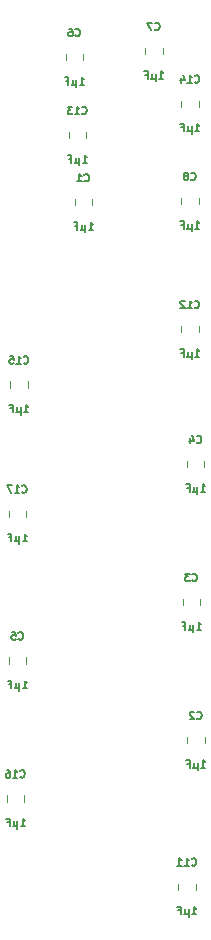
<source format=gbo>
%TF.GenerationSoftware,KiCad,Pcbnew,7.0.5*%
%TF.CreationDate,2024-02-15T21:09:33+02:00*%
%TF.ProjectId,HCP65 Instruction Code,48435036-3520-4496-9e73-747275637469,V0*%
%TF.SameCoordinates,PX525bfc0PY43d3480*%
%TF.FileFunction,Legend,Bot*%
%TF.FilePolarity,Positive*%
%FSLAX46Y46*%
G04 Gerber Fmt 4.6, Leading zero omitted, Abs format (unit mm)*
G04 Created by KiCad (PCBNEW 7.0.5) date 2024-02-15 21:09:33*
%MOMM*%
%LPD*%
G01*
G04 APERTURE LIST*
%ADD10C,0.150000*%
%ADD11C,0.120000*%
G04 APERTURE END LIST*
D10*
%TO.C,C14*%
X19304214Y-2087486D02*
X19334452Y-2117725D01*
X19334452Y-2117725D02*
X19425166Y-2147963D01*
X19425166Y-2147963D02*
X19485642Y-2147963D01*
X19485642Y-2147963D02*
X19576357Y-2117725D01*
X19576357Y-2117725D02*
X19636833Y-2057248D01*
X19636833Y-2057248D02*
X19667071Y-1996772D01*
X19667071Y-1996772D02*
X19697309Y-1875820D01*
X19697309Y-1875820D02*
X19697309Y-1785105D01*
X19697309Y-1785105D02*
X19667071Y-1664153D01*
X19667071Y-1664153D02*
X19636833Y-1603677D01*
X19636833Y-1603677D02*
X19576357Y-1543201D01*
X19576357Y-1543201D02*
X19485642Y-1512963D01*
X19485642Y-1512963D02*
X19425166Y-1512963D01*
X19425166Y-1512963D02*
X19334452Y-1543201D01*
X19334452Y-1543201D02*
X19304214Y-1573439D01*
X18699452Y-2147963D02*
X19062309Y-2147963D01*
X18880881Y-2147963D02*
X18880881Y-1512963D01*
X18880881Y-1512963D02*
X18941357Y-1603677D01*
X18941357Y-1603677D02*
X19001833Y-1664153D01*
X19001833Y-1664153D02*
X19062309Y-1694391D01*
X18155166Y-1724629D02*
X18155166Y-2147963D01*
X18306357Y-1482725D02*
X18457547Y-1936296D01*
X18457547Y-1936296D02*
X18064452Y-1936296D01*
X19346333Y-6254963D02*
X19709190Y-6254963D01*
X19527762Y-6254963D02*
X19527762Y-5619963D01*
X19527762Y-5619963D02*
X19588238Y-5710677D01*
X19588238Y-5710677D02*
X19648714Y-5771153D01*
X19648714Y-5771153D02*
X19709190Y-5801391D01*
X19074190Y-5831629D02*
X19074190Y-6466629D01*
X18771809Y-6164248D02*
X18741571Y-6224725D01*
X18741571Y-6224725D02*
X18681095Y-6254963D01*
X19074190Y-6164248D02*
X19043952Y-6224725D01*
X19043952Y-6224725D02*
X18983476Y-6254963D01*
X18983476Y-6254963D02*
X18862523Y-6254963D01*
X18862523Y-6254963D02*
X18802047Y-6224725D01*
X18802047Y-6224725D02*
X18771809Y-6164248D01*
X18771809Y-6164248D02*
X18771809Y-5831629D01*
X18197285Y-5922344D02*
X18408952Y-5922344D01*
X18408952Y-6254963D02*
X18408952Y-5619963D01*
X18408952Y-5619963D02*
X18106571Y-5619963D01*
%TO.C,C12*%
X19304214Y-21174093D02*
X19334452Y-21204332D01*
X19334452Y-21204332D02*
X19425166Y-21234570D01*
X19425166Y-21234570D02*
X19485642Y-21234570D01*
X19485642Y-21234570D02*
X19576357Y-21204332D01*
X19576357Y-21204332D02*
X19636833Y-21143855D01*
X19636833Y-21143855D02*
X19667071Y-21083379D01*
X19667071Y-21083379D02*
X19697309Y-20962427D01*
X19697309Y-20962427D02*
X19697309Y-20871712D01*
X19697309Y-20871712D02*
X19667071Y-20750760D01*
X19667071Y-20750760D02*
X19636833Y-20690284D01*
X19636833Y-20690284D02*
X19576357Y-20629808D01*
X19576357Y-20629808D02*
X19485642Y-20599570D01*
X19485642Y-20599570D02*
X19425166Y-20599570D01*
X19425166Y-20599570D02*
X19334452Y-20629808D01*
X19334452Y-20629808D02*
X19304214Y-20660046D01*
X18699452Y-21234570D02*
X19062309Y-21234570D01*
X18880881Y-21234570D02*
X18880881Y-20599570D01*
X18880881Y-20599570D02*
X18941357Y-20690284D01*
X18941357Y-20690284D02*
X19001833Y-20750760D01*
X19001833Y-20750760D02*
X19062309Y-20780998D01*
X18457547Y-20660046D02*
X18427309Y-20629808D01*
X18427309Y-20629808D02*
X18366833Y-20599570D01*
X18366833Y-20599570D02*
X18215642Y-20599570D01*
X18215642Y-20599570D02*
X18155166Y-20629808D01*
X18155166Y-20629808D02*
X18124928Y-20660046D01*
X18124928Y-20660046D02*
X18094690Y-20720522D01*
X18094690Y-20720522D02*
X18094690Y-20780998D01*
X18094690Y-20780998D02*
X18124928Y-20871712D01*
X18124928Y-20871712D02*
X18487785Y-21234570D01*
X18487785Y-21234570D02*
X18094690Y-21234570D01*
X19346333Y-25341570D02*
X19709190Y-25341570D01*
X19527762Y-25341570D02*
X19527762Y-24706570D01*
X19527762Y-24706570D02*
X19588238Y-24797284D01*
X19588238Y-24797284D02*
X19648714Y-24857760D01*
X19648714Y-24857760D02*
X19709190Y-24887998D01*
X19074190Y-24918236D02*
X19074190Y-25553236D01*
X18771809Y-25250855D02*
X18741571Y-25311332D01*
X18741571Y-25311332D02*
X18681095Y-25341570D01*
X19074190Y-25250855D02*
X19043952Y-25311332D01*
X19043952Y-25311332D02*
X18983476Y-25341570D01*
X18983476Y-25341570D02*
X18862523Y-25341570D01*
X18862523Y-25341570D02*
X18802047Y-25311332D01*
X18802047Y-25311332D02*
X18771809Y-25250855D01*
X18771809Y-25250855D02*
X18771809Y-24918236D01*
X18197285Y-25008951D02*
X18408952Y-25008951D01*
X18408952Y-25341570D02*
X18408952Y-24706570D01*
X18408952Y-24706570D02*
X18106571Y-24706570D01*
%TO.C,C4*%
X19484433Y-32604093D02*
X19514671Y-32634332D01*
X19514671Y-32634332D02*
X19605385Y-32664570D01*
X19605385Y-32664570D02*
X19665861Y-32664570D01*
X19665861Y-32664570D02*
X19756576Y-32634332D01*
X19756576Y-32634332D02*
X19817052Y-32573855D01*
X19817052Y-32573855D02*
X19847290Y-32513379D01*
X19847290Y-32513379D02*
X19877528Y-32392427D01*
X19877528Y-32392427D02*
X19877528Y-32301712D01*
X19877528Y-32301712D02*
X19847290Y-32180760D01*
X19847290Y-32180760D02*
X19817052Y-32120284D01*
X19817052Y-32120284D02*
X19756576Y-32059808D01*
X19756576Y-32059808D02*
X19665861Y-32029570D01*
X19665861Y-32029570D02*
X19605385Y-32029570D01*
X19605385Y-32029570D02*
X19514671Y-32059808D01*
X19514671Y-32059808D02*
X19484433Y-32090046D01*
X18940147Y-32241236D02*
X18940147Y-32664570D01*
X19091338Y-31999332D02*
X19242528Y-32452903D01*
X19242528Y-32452903D02*
X18849433Y-32452903D01*
X19828933Y-36771570D02*
X20191790Y-36771570D01*
X20010362Y-36771570D02*
X20010362Y-36136570D01*
X20010362Y-36136570D02*
X20070838Y-36227284D01*
X20070838Y-36227284D02*
X20131314Y-36287760D01*
X20131314Y-36287760D02*
X20191790Y-36317998D01*
X19556790Y-36348236D02*
X19556790Y-36983236D01*
X19254409Y-36680855D02*
X19224171Y-36741332D01*
X19224171Y-36741332D02*
X19163695Y-36771570D01*
X19556790Y-36680855D02*
X19526552Y-36741332D01*
X19526552Y-36741332D02*
X19466076Y-36771570D01*
X19466076Y-36771570D02*
X19345123Y-36771570D01*
X19345123Y-36771570D02*
X19284647Y-36741332D01*
X19284647Y-36741332D02*
X19254409Y-36680855D01*
X19254409Y-36680855D02*
X19254409Y-36348236D01*
X18679885Y-36438951D02*
X18891552Y-36438951D01*
X18891552Y-36771570D02*
X18891552Y-36136570D01*
X18891552Y-36136570D02*
X18589171Y-36136570D01*
%TO.C,C7*%
X15953833Y2357514D02*
X15984071Y2327275D01*
X15984071Y2327275D02*
X16074785Y2297037D01*
X16074785Y2297037D02*
X16135261Y2297037D01*
X16135261Y2297037D02*
X16225976Y2327275D01*
X16225976Y2327275D02*
X16286452Y2387752D01*
X16286452Y2387752D02*
X16316690Y2448228D01*
X16316690Y2448228D02*
X16346928Y2569180D01*
X16346928Y2569180D02*
X16346928Y2659895D01*
X16346928Y2659895D02*
X16316690Y2780847D01*
X16316690Y2780847D02*
X16286452Y2841323D01*
X16286452Y2841323D02*
X16225976Y2901799D01*
X16225976Y2901799D02*
X16135261Y2932037D01*
X16135261Y2932037D02*
X16074785Y2932037D01*
X16074785Y2932037D02*
X15984071Y2901799D01*
X15984071Y2901799D02*
X15953833Y2871561D01*
X15742166Y2932037D02*
X15318833Y2932037D01*
X15318833Y2932037D02*
X15590976Y2297037D01*
X16298333Y-1809963D02*
X16661190Y-1809963D01*
X16479762Y-1809963D02*
X16479762Y-1174963D01*
X16479762Y-1174963D02*
X16540238Y-1265677D01*
X16540238Y-1265677D02*
X16600714Y-1326153D01*
X16600714Y-1326153D02*
X16661190Y-1356391D01*
X16026190Y-1386629D02*
X16026190Y-2021629D01*
X15723809Y-1719248D02*
X15693571Y-1779725D01*
X15693571Y-1779725D02*
X15633095Y-1809963D01*
X16026190Y-1719248D02*
X15995952Y-1779725D01*
X15995952Y-1779725D02*
X15935476Y-1809963D01*
X15935476Y-1809963D02*
X15814523Y-1809963D01*
X15814523Y-1809963D02*
X15754047Y-1779725D01*
X15754047Y-1779725D02*
X15723809Y-1719248D01*
X15723809Y-1719248D02*
X15723809Y-1386629D01*
X15149285Y-1477344D02*
X15360952Y-1477344D01*
X15360952Y-1809963D02*
X15360952Y-1174963D01*
X15360952Y-1174963D02*
X15058571Y-1174963D01*
%TO.C,C11*%
X19050214Y-68381486D02*
X19080452Y-68411725D01*
X19080452Y-68411725D02*
X19171166Y-68441963D01*
X19171166Y-68441963D02*
X19231642Y-68441963D01*
X19231642Y-68441963D02*
X19322357Y-68411725D01*
X19322357Y-68411725D02*
X19382833Y-68351248D01*
X19382833Y-68351248D02*
X19413071Y-68290772D01*
X19413071Y-68290772D02*
X19443309Y-68169820D01*
X19443309Y-68169820D02*
X19443309Y-68079105D01*
X19443309Y-68079105D02*
X19413071Y-67958153D01*
X19413071Y-67958153D02*
X19382833Y-67897677D01*
X19382833Y-67897677D02*
X19322357Y-67837201D01*
X19322357Y-67837201D02*
X19231642Y-67806963D01*
X19231642Y-67806963D02*
X19171166Y-67806963D01*
X19171166Y-67806963D02*
X19080452Y-67837201D01*
X19080452Y-67837201D02*
X19050214Y-67867439D01*
X18445452Y-68441963D02*
X18808309Y-68441963D01*
X18626881Y-68441963D02*
X18626881Y-67806963D01*
X18626881Y-67806963D02*
X18687357Y-67897677D01*
X18687357Y-67897677D02*
X18747833Y-67958153D01*
X18747833Y-67958153D02*
X18808309Y-67988391D01*
X17840690Y-68441963D02*
X18203547Y-68441963D01*
X18022119Y-68441963D02*
X18022119Y-67806963D01*
X18022119Y-67806963D02*
X18082595Y-67897677D01*
X18082595Y-67897677D02*
X18143071Y-67958153D01*
X18143071Y-67958153D02*
X18203547Y-67988391D01*
X19092333Y-72548963D02*
X19455190Y-72548963D01*
X19273762Y-72548963D02*
X19273762Y-71913963D01*
X19273762Y-71913963D02*
X19334238Y-72004677D01*
X19334238Y-72004677D02*
X19394714Y-72065153D01*
X19394714Y-72065153D02*
X19455190Y-72095391D01*
X18820190Y-72125629D02*
X18820190Y-72760629D01*
X18517809Y-72458248D02*
X18487571Y-72518725D01*
X18487571Y-72518725D02*
X18427095Y-72548963D01*
X18820190Y-72458248D02*
X18789952Y-72518725D01*
X18789952Y-72518725D02*
X18729476Y-72548963D01*
X18729476Y-72548963D02*
X18608523Y-72548963D01*
X18608523Y-72548963D02*
X18548047Y-72518725D01*
X18548047Y-72518725D02*
X18517809Y-72458248D01*
X18517809Y-72458248D02*
X18517809Y-72125629D01*
X17943285Y-72216344D02*
X18154952Y-72216344D01*
X18154952Y-72548963D02*
X18154952Y-71913963D01*
X18154952Y-71913963D02*
X17852571Y-71913963D01*
%TO.C,C17*%
X4699214Y-36809286D02*
X4729452Y-36839525D01*
X4729452Y-36839525D02*
X4820166Y-36869763D01*
X4820166Y-36869763D02*
X4880642Y-36869763D01*
X4880642Y-36869763D02*
X4971357Y-36839525D01*
X4971357Y-36839525D02*
X5031833Y-36779048D01*
X5031833Y-36779048D02*
X5062071Y-36718572D01*
X5062071Y-36718572D02*
X5092309Y-36597620D01*
X5092309Y-36597620D02*
X5092309Y-36506905D01*
X5092309Y-36506905D02*
X5062071Y-36385953D01*
X5062071Y-36385953D02*
X5031833Y-36325477D01*
X5031833Y-36325477D02*
X4971357Y-36265001D01*
X4971357Y-36265001D02*
X4880642Y-36234763D01*
X4880642Y-36234763D02*
X4820166Y-36234763D01*
X4820166Y-36234763D02*
X4729452Y-36265001D01*
X4729452Y-36265001D02*
X4699214Y-36295239D01*
X4094452Y-36869763D02*
X4457309Y-36869763D01*
X4275881Y-36869763D02*
X4275881Y-36234763D01*
X4275881Y-36234763D02*
X4336357Y-36325477D01*
X4336357Y-36325477D02*
X4396833Y-36385953D01*
X4396833Y-36385953D02*
X4457309Y-36416191D01*
X3882785Y-36234763D02*
X3459452Y-36234763D01*
X3459452Y-36234763D02*
X3731595Y-36869763D01*
X4741333Y-40976763D02*
X5104190Y-40976763D01*
X4922762Y-40976763D02*
X4922762Y-40341763D01*
X4922762Y-40341763D02*
X4983238Y-40432477D01*
X4983238Y-40432477D02*
X5043714Y-40492953D01*
X5043714Y-40492953D02*
X5104190Y-40523191D01*
X4469190Y-40553429D02*
X4469190Y-41188429D01*
X4166809Y-40886048D02*
X4136571Y-40946525D01*
X4136571Y-40946525D02*
X4076095Y-40976763D01*
X4469190Y-40886048D02*
X4438952Y-40946525D01*
X4438952Y-40946525D02*
X4378476Y-40976763D01*
X4378476Y-40976763D02*
X4257523Y-40976763D01*
X4257523Y-40976763D02*
X4197047Y-40946525D01*
X4197047Y-40946525D02*
X4166809Y-40886048D01*
X4166809Y-40886048D02*
X4166809Y-40553429D01*
X3592285Y-40644144D02*
X3803952Y-40644144D01*
X3803952Y-40976763D02*
X3803952Y-40341763D01*
X3803952Y-40341763D02*
X3501571Y-40341763D01*
%TO.C,C16*%
X4546814Y-60925093D02*
X4577052Y-60955332D01*
X4577052Y-60955332D02*
X4667766Y-60985570D01*
X4667766Y-60985570D02*
X4728242Y-60985570D01*
X4728242Y-60985570D02*
X4818957Y-60955332D01*
X4818957Y-60955332D02*
X4879433Y-60894855D01*
X4879433Y-60894855D02*
X4909671Y-60834379D01*
X4909671Y-60834379D02*
X4939909Y-60713427D01*
X4939909Y-60713427D02*
X4939909Y-60622712D01*
X4939909Y-60622712D02*
X4909671Y-60501760D01*
X4909671Y-60501760D02*
X4879433Y-60441284D01*
X4879433Y-60441284D02*
X4818957Y-60380808D01*
X4818957Y-60380808D02*
X4728242Y-60350570D01*
X4728242Y-60350570D02*
X4667766Y-60350570D01*
X4667766Y-60350570D02*
X4577052Y-60380808D01*
X4577052Y-60380808D02*
X4546814Y-60411046D01*
X3942052Y-60985570D02*
X4304909Y-60985570D01*
X4123481Y-60985570D02*
X4123481Y-60350570D01*
X4123481Y-60350570D02*
X4183957Y-60441284D01*
X4183957Y-60441284D02*
X4244433Y-60501760D01*
X4244433Y-60501760D02*
X4304909Y-60531998D01*
X3397766Y-60350570D02*
X3518719Y-60350570D01*
X3518719Y-60350570D02*
X3579195Y-60380808D01*
X3579195Y-60380808D02*
X3609433Y-60411046D01*
X3609433Y-60411046D02*
X3669909Y-60501760D01*
X3669909Y-60501760D02*
X3700147Y-60622712D01*
X3700147Y-60622712D02*
X3700147Y-60864617D01*
X3700147Y-60864617D02*
X3669909Y-60925093D01*
X3669909Y-60925093D02*
X3639671Y-60955332D01*
X3639671Y-60955332D02*
X3579195Y-60985570D01*
X3579195Y-60985570D02*
X3458242Y-60985570D01*
X3458242Y-60985570D02*
X3397766Y-60955332D01*
X3397766Y-60955332D02*
X3367528Y-60925093D01*
X3367528Y-60925093D02*
X3337290Y-60864617D01*
X3337290Y-60864617D02*
X3337290Y-60713427D01*
X3337290Y-60713427D02*
X3367528Y-60652951D01*
X3367528Y-60652951D02*
X3397766Y-60622712D01*
X3397766Y-60622712D02*
X3458242Y-60592474D01*
X3458242Y-60592474D02*
X3579195Y-60592474D01*
X3579195Y-60592474D02*
X3639671Y-60622712D01*
X3639671Y-60622712D02*
X3669909Y-60652951D01*
X3669909Y-60652951D02*
X3700147Y-60713427D01*
X4588933Y-65092570D02*
X4951790Y-65092570D01*
X4770362Y-65092570D02*
X4770362Y-64457570D01*
X4770362Y-64457570D02*
X4830838Y-64548284D01*
X4830838Y-64548284D02*
X4891314Y-64608760D01*
X4891314Y-64608760D02*
X4951790Y-64638998D01*
X4316790Y-64669236D02*
X4316790Y-65304236D01*
X4014409Y-65001855D02*
X3984171Y-65062332D01*
X3984171Y-65062332D02*
X3923695Y-65092570D01*
X4316790Y-65001855D02*
X4286552Y-65062332D01*
X4286552Y-65062332D02*
X4226076Y-65092570D01*
X4226076Y-65092570D02*
X4105123Y-65092570D01*
X4105123Y-65092570D02*
X4044647Y-65062332D01*
X4044647Y-65062332D02*
X4014409Y-65001855D01*
X4014409Y-65001855D02*
X4014409Y-64669236D01*
X3439885Y-64759951D02*
X3651552Y-64759951D01*
X3651552Y-65092570D02*
X3651552Y-64457570D01*
X3651552Y-64457570D02*
X3349171Y-64457570D01*
%TO.C,C5*%
X4396833Y-49241093D02*
X4427071Y-49271332D01*
X4427071Y-49271332D02*
X4517785Y-49301570D01*
X4517785Y-49301570D02*
X4578261Y-49301570D01*
X4578261Y-49301570D02*
X4668976Y-49271332D01*
X4668976Y-49271332D02*
X4729452Y-49210855D01*
X4729452Y-49210855D02*
X4759690Y-49150379D01*
X4759690Y-49150379D02*
X4789928Y-49029427D01*
X4789928Y-49029427D02*
X4789928Y-48938712D01*
X4789928Y-48938712D02*
X4759690Y-48817760D01*
X4759690Y-48817760D02*
X4729452Y-48757284D01*
X4729452Y-48757284D02*
X4668976Y-48696808D01*
X4668976Y-48696808D02*
X4578261Y-48666570D01*
X4578261Y-48666570D02*
X4517785Y-48666570D01*
X4517785Y-48666570D02*
X4427071Y-48696808D01*
X4427071Y-48696808D02*
X4396833Y-48727046D01*
X3822309Y-48666570D02*
X4124690Y-48666570D01*
X4124690Y-48666570D02*
X4154928Y-48968951D01*
X4154928Y-48968951D02*
X4124690Y-48938712D01*
X4124690Y-48938712D02*
X4064214Y-48908474D01*
X4064214Y-48908474D02*
X3913023Y-48908474D01*
X3913023Y-48908474D02*
X3852547Y-48938712D01*
X3852547Y-48938712D02*
X3822309Y-48968951D01*
X3822309Y-48968951D02*
X3792071Y-49029427D01*
X3792071Y-49029427D02*
X3792071Y-49180617D01*
X3792071Y-49180617D02*
X3822309Y-49241093D01*
X3822309Y-49241093D02*
X3852547Y-49271332D01*
X3852547Y-49271332D02*
X3913023Y-49301570D01*
X3913023Y-49301570D02*
X4064214Y-49301570D01*
X4064214Y-49301570D02*
X4124690Y-49271332D01*
X4124690Y-49271332D02*
X4154928Y-49241093D01*
X4741333Y-53408570D02*
X5104190Y-53408570D01*
X4922762Y-53408570D02*
X4922762Y-52773570D01*
X4922762Y-52773570D02*
X4983238Y-52864284D01*
X4983238Y-52864284D02*
X5043714Y-52924760D01*
X5043714Y-52924760D02*
X5104190Y-52954998D01*
X4469190Y-52985236D02*
X4469190Y-53620236D01*
X4166809Y-53317855D02*
X4136571Y-53378332D01*
X4136571Y-53378332D02*
X4076095Y-53408570D01*
X4469190Y-53317855D02*
X4438952Y-53378332D01*
X4438952Y-53378332D02*
X4378476Y-53408570D01*
X4378476Y-53408570D02*
X4257523Y-53408570D01*
X4257523Y-53408570D02*
X4197047Y-53378332D01*
X4197047Y-53378332D02*
X4166809Y-53317855D01*
X4166809Y-53317855D02*
X4166809Y-52985236D01*
X3592285Y-53075951D02*
X3803952Y-53075951D01*
X3803952Y-53408570D02*
X3803952Y-52773570D01*
X3803952Y-52773570D02*
X3501571Y-52773570D01*
%TO.C,C8*%
X19001833Y-10342486D02*
X19032071Y-10372725D01*
X19032071Y-10372725D02*
X19122785Y-10402963D01*
X19122785Y-10402963D02*
X19183261Y-10402963D01*
X19183261Y-10402963D02*
X19273976Y-10372725D01*
X19273976Y-10372725D02*
X19334452Y-10312248D01*
X19334452Y-10312248D02*
X19364690Y-10251772D01*
X19364690Y-10251772D02*
X19394928Y-10130820D01*
X19394928Y-10130820D02*
X19394928Y-10040105D01*
X19394928Y-10040105D02*
X19364690Y-9919153D01*
X19364690Y-9919153D02*
X19334452Y-9858677D01*
X19334452Y-9858677D02*
X19273976Y-9798201D01*
X19273976Y-9798201D02*
X19183261Y-9767963D01*
X19183261Y-9767963D02*
X19122785Y-9767963D01*
X19122785Y-9767963D02*
X19032071Y-9798201D01*
X19032071Y-9798201D02*
X19001833Y-9828439D01*
X18638976Y-10040105D02*
X18699452Y-10009867D01*
X18699452Y-10009867D02*
X18729690Y-9979629D01*
X18729690Y-9979629D02*
X18759928Y-9919153D01*
X18759928Y-9919153D02*
X18759928Y-9888915D01*
X18759928Y-9888915D02*
X18729690Y-9828439D01*
X18729690Y-9828439D02*
X18699452Y-9798201D01*
X18699452Y-9798201D02*
X18638976Y-9767963D01*
X18638976Y-9767963D02*
X18518023Y-9767963D01*
X18518023Y-9767963D02*
X18457547Y-9798201D01*
X18457547Y-9798201D02*
X18427309Y-9828439D01*
X18427309Y-9828439D02*
X18397071Y-9888915D01*
X18397071Y-9888915D02*
X18397071Y-9919153D01*
X18397071Y-9919153D02*
X18427309Y-9979629D01*
X18427309Y-9979629D02*
X18457547Y-10009867D01*
X18457547Y-10009867D02*
X18518023Y-10040105D01*
X18518023Y-10040105D02*
X18638976Y-10040105D01*
X18638976Y-10040105D02*
X18699452Y-10070344D01*
X18699452Y-10070344D02*
X18729690Y-10100582D01*
X18729690Y-10100582D02*
X18759928Y-10161058D01*
X18759928Y-10161058D02*
X18759928Y-10282010D01*
X18759928Y-10282010D02*
X18729690Y-10342486D01*
X18729690Y-10342486D02*
X18699452Y-10372725D01*
X18699452Y-10372725D02*
X18638976Y-10402963D01*
X18638976Y-10402963D02*
X18518023Y-10402963D01*
X18518023Y-10402963D02*
X18457547Y-10372725D01*
X18457547Y-10372725D02*
X18427309Y-10342486D01*
X18427309Y-10342486D02*
X18397071Y-10282010D01*
X18397071Y-10282010D02*
X18397071Y-10161058D01*
X18397071Y-10161058D02*
X18427309Y-10100582D01*
X18427309Y-10100582D02*
X18457547Y-10070344D01*
X18457547Y-10070344D02*
X18518023Y-10040105D01*
X19346333Y-14509963D02*
X19709190Y-14509963D01*
X19527762Y-14509963D02*
X19527762Y-13874963D01*
X19527762Y-13874963D02*
X19588238Y-13965677D01*
X19588238Y-13965677D02*
X19648714Y-14026153D01*
X19648714Y-14026153D02*
X19709190Y-14056391D01*
X19074190Y-14086629D02*
X19074190Y-14721629D01*
X18771809Y-14419248D02*
X18741571Y-14479725D01*
X18741571Y-14479725D02*
X18681095Y-14509963D01*
X19074190Y-14419248D02*
X19043952Y-14479725D01*
X19043952Y-14479725D02*
X18983476Y-14509963D01*
X18983476Y-14509963D02*
X18862523Y-14509963D01*
X18862523Y-14509963D02*
X18802047Y-14479725D01*
X18802047Y-14479725D02*
X18771809Y-14419248D01*
X18771809Y-14419248D02*
X18771809Y-14086629D01*
X18197285Y-14177344D02*
X18408952Y-14177344D01*
X18408952Y-14509963D02*
X18408952Y-13874963D01*
X18408952Y-13874963D02*
X18106571Y-13874963D01*
%TO.C,C15*%
X4826214Y-25873093D02*
X4856452Y-25903332D01*
X4856452Y-25903332D02*
X4947166Y-25933570D01*
X4947166Y-25933570D02*
X5007642Y-25933570D01*
X5007642Y-25933570D02*
X5098357Y-25903332D01*
X5098357Y-25903332D02*
X5158833Y-25842855D01*
X5158833Y-25842855D02*
X5189071Y-25782379D01*
X5189071Y-25782379D02*
X5219309Y-25661427D01*
X5219309Y-25661427D02*
X5219309Y-25570712D01*
X5219309Y-25570712D02*
X5189071Y-25449760D01*
X5189071Y-25449760D02*
X5158833Y-25389284D01*
X5158833Y-25389284D02*
X5098357Y-25328808D01*
X5098357Y-25328808D02*
X5007642Y-25298570D01*
X5007642Y-25298570D02*
X4947166Y-25298570D01*
X4947166Y-25298570D02*
X4856452Y-25328808D01*
X4856452Y-25328808D02*
X4826214Y-25359046D01*
X4221452Y-25933570D02*
X4584309Y-25933570D01*
X4402881Y-25933570D02*
X4402881Y-25298570D01*
X4402881Y-25298570D02*
X4463357Y-25389284D01*
X4463357Y-25389284D02*
X4523833Y-25449760D01*
X4523833Y-25449760D02*
X4584309Y-25479998D01*
X3646928Y-25298570D02*
X3949309Y-25298570D01*
X3949309Y-25298570D02*
X3979547Y-25600951D01*
X3979547Y-25600951D02*
X3949309Y-25570712D01*
X3949309Y-25570712D02*
X3888833Y-25540474D01*
X3888833Y-25540474D02*
X3737642Y-25540474D01*
X3737642Y-25540474D02*
X3677166Y-25570712D01*
X3677166Y-25570712D02*
X3646928Y-25600951D01*
X3646928Y-25600951D02*
X3616690Y-25661427D01*
X3616690Y-25661427D02*
X3616690Y-25812617D01*
X3616690Y-25812617D02*
X3646928Y-25873093D01*
X3646928Y-25873093D02*
X3677166Y-25903332D01*
X3677166Y-25903332D02*
X3737642Y-25933570D01*
X3737642Y-25933570D02*
X3888833Y-25933570D01*
X3888833Y-25933570D02*
X3949309Y-25903332D01*
X3949309Y-25903332D02*
X3979547Y-25873093D01*
X4868333Y-30040570D02*
X5231190Y-30040570D01*
X5049762Y-30040570D02*
X5049762Y-29405570D01*
X5049762Y-29405570D02*
X5110238Y-29496284D01*
X5110238Y-29496284D02*
X5170714Y-29556760D01*
X5170714Y-29556760D02*
X5231190Y-29586998D01*
X4596190Y-29617236D02*
X4596190Y-30252236D01*
X4293809Y-29949855D02*
X4263571Y-30010332D01*
X4263571Y-30010332D02*
X4203095Y-30040570D01*
X4596190Y-29949855D02*
X4565952Y-30010332D01*
X4565952Y-30010332D02*
X4505476Y-30040570D01*
X4505476Y-30040570D02*
X4384523Y-30040570D01*
X4384523Y-30040570D02*
X4324047Y-30010332D01*
X4324047Y-30010332D02*
X4293809Y-29949855D01*
X4293809Y-29949855D02*
X4293809Y-29617236D01*
X3719285Y-29707951D02*
X3930952Y-29707951D01*
X3930952Y-30040570D02*
X3930952Y-29405570D01*
X3930952Y-29405570D02*
X3628571Y-29405570D01*
%TO.C,C2*%
X19509833Y-55972093D02*
X19540071Y-56002332D01*
X19540071Y-56002332D02*
X19630785Y-56032570D01*
X19630785Y-56032570D02*
X19691261Y-56032570D01*
X19691261Y-56032570D02*
X19781976Y-56002332D01*
X19781976Y-56002332D02*
X19842452Y-55941855D01*
X19842452Y-55941855D02*
X19872690Y-55881379D01*
X19872690Y-55881379D02*
X19902928Y-55760427D01*
X19902928Y-55760427D02*
X19902928Y-55669712D01*
X19902928Y-55669712D02*
X19872690Y-55548760D01*
X19872690Y-55548760D02*
X19842452Y-55488284D01*
X19842452Y-55488284D02*
X19781976Y-55427808D01*
X19781976Y-55427808D02*
X19691261Y-55397570D01*
X19691261Y-55397570D02*
X19630785Y-55397570D01*
X19630785Y-55397570D02*
X19540071Y-55427808D01*
X19540071Y-55427808D02*
X19509833Y-55458046D01*
X19267928Y-55458046D02*
X19237690Y-55427808D01*
X19237690Y-55427808D02*
X19177214Y-55397570D01*
X19177214Y-55397570D02*
X19026023Y-55397570D01*
X19026023Y-55397570D02*
X18965547Y-55427808D01*
X18965547Y-55427808D02*
X18935309Y-55458046D01*
X18935309Y-55458046D02*
X18905071Y-55518522D01*
X18905071Y-55518522D02*
X18905071Y-55578998D01*
X18905071Y-55578998D02*
X18935309Y-55669712D01*
X18935309Y-55669712D02*
X19298166Y-56032570D01*
X19298166Y-56032570D02*
X18905071Y-56032570D01*
X19854333Y-60139570D02*
X20217190Y-60139570D01*
X20035762Y-60139570D02*
X20035762Y-59504570D01*
X20035762Y-59504570D02*
X20096238Y-59595284D01*
X20096238Y-59595284D02*
X20156714Y-59655760D01*
X20156714Y-59655760D02*
X20217190Y-59685998D01*
X19582190Y-59716236D02*
X19582190Y-60351236D01*
X19279809Y-60048855D02*
X19249571Y-60109332D01*
X19249571Y-60109332D02*
X19189095Y-60139570D01*
X19582190Y-60048855D02*
X19551952Y-60109332D01*
X19551952Y-60109332D02*
X19491476Y-60139570D01*
X19491476Y-60139570D02*
X19370523Y-60139570D01*
X19370523Y-60139570D02*
X19310047Y-60109332D01*
X19310047Y-60109332D02*
X19279809Y-60048855D01*
X19279809Y-60048855D02*
X19279809Y-59716236D01*
X18705285Y-59806951D02*
X18916952Y-59806951D01*
X18916952Y-60139570D02*
X18916952Y-59504570D01*
X18916952Y-59504570D02*
X18614571Y-59504570D01*
%TO.C,C13*%
X9779214Y-4754486D02*
X9809452Y-4784725D01*
X9809452Y-4784725D02*
X9900166Y-4814963D01*
X9900166Y-4814963D02*
X9960642Y-4814963D01*
X9960642Y-4814963D02*
X10051357Y-4784725D01*
X10051357Y-4784725D02*
X10111833Y-4724248D01*
X10111833Y-4724248D02*
X10142071Y-4663772D01*
X10142071Y-4663772D02*
X10172309Y-4542820D01*
X10172309Y-4542820D02*
X10172309Y-4452105D01*
X10172309Y-4452105D02*
X10142071Y-4331153D01*
X10142071Y-4331153D02*
X10111833Y-4270677D01*
X10111833Y-4270677D02*
X10051357Y-4210201D01*
X10051357Y-4210201D02*
X9960642Y-4179963D01*
X9960642Y-4179963D02*
X9900166Y-4179963D01*
X9900166Y-4179963D02*
X9809452Y-4210201D01*
X9809452Y-4210201D02*
X9779214Y-4240439D01*
X9174452Y-4814963D02*
X9537309Y-4814963D01*
X9355881Y-4814963D02*
X9355881Y-4179963D01*
X9355881Y-4179963D02*
X9416357Y-4270677D01*
X9416357Y-4270677D02*
X9476833Y-4331153D01*
X9476833Y-4331153D02*
X9537309Y-4361391D01*
X8962785Y-4179963D02*
X8569690Y-4179963D01*
X8569690Y-4179963D02*
X8781357Y-4421867D01*
X8781357Y-4421867D02*
X8690642Y-4421867D01*
X8690642Y-4421867D02*
X8630166Y-4452105D01*
X8630166Y-4452105D02*
X8599928Y-4482344D01*
X8599928Y-4482344D02*
X8569690Y-4542820D01*
X8569690Y-4542820D02*
X8569690Y-4694010D01*
X8569690Y-4694010D02*
X8599928Y-4754486D01*
X8599928Y-4754486D02*
X8630166Y-4784725D01*
X8630166Y-4784725D02*
X8690642Y-4814963D01*
X8690642Y-4814963D02*
X8872071Y-4814963D01*
X8872071Y-4814963D02*
X8932547Y-4784725D01*
X8932547Y-4784725D02*
X8962785Y-4754486D01*
X9821333Y-8921963D02*
X10184190Y-8921963D01*
X10002762Y-8921963D02*
X10002762Y-8286963D01*
X10002762Y-8286963D02*
X10063238Y-8377677D01*
X10063238Y-8377677D02*
X10123714Y-8438153D01*
X10123714Y-8438153D02*
X10184190Y-8468391D01*
X9549190Y-8498629D02*
X9549190Y-9133629D01*
X9246809Y-8831248D02*
X9216571Y-8891725D01*
X9216571Y-8891725D02*
X9156095Y-8921963D01*
X9549190Y-8831248D02*
X9518952Y-8891725D01*
X9518952Y-8891725D02*
X9458476Y-8921963D01*
X9458476Y-8921963D02*
X9337523Y-8921963D01*
X9337523Y-8921963D02*
X9277047Y-8891725D01*
X9277047Y-8891725D02*
X9246809Y-8831248D01*
X9246809Y-8831248D02*
X9246809Y-8498629D01*
X8672285Y-8589344D02*
X8883952Y-8589344D01*
X8883952Y-8921963D02*
X8883952Y-8286963D01*
X8883952Y-8286963D02*
X8581571Y-8286963D01*
%TO.C,C1*%
X9984833Y-10444086D02*
X10015071Y-10474325D01*
X10015071Y-10474325D02*
X10105785Y-10504563D01*
X10105785Y-10504563D02*
X10166261Y-10504563D01*
X10166261Y-10504563D02*
X10256976Y-10474325D01*
X10256976Y-10474325D02*
X10317452Y-10413848D01*
X10317452Y-10413848D02*
X10347690Y-10353372D01*
X10347690Y-10353372D02*
X10377928Y-10232420D01*
X10377928Y-10232420D02*
X10377928Y-10141705D01*
X10377928Y-10141705D02*
X10347690Y-10020753D01*
X10347690Y-10020753D02*
X10317452Y-9960277D01*
X10317452Y-9960277D02*
X10256976Y-9899801D01*
X10256976Y-9899801D02*
X10166261Y-9869563D01*
X10166261Y-9869563D02*
X10105785Y-9869563D01*
X10105785Y-9869563D02*
X10015071Y-9899801D01*
X10015071Y-9899801D02*
X9984833Y-9930039D01*
X9380071Y-10504563D02*
X9742928Y-10504563D01*
X9561500Y-10504563D02*
X9561500Y-9869563D01*
X9561500Y-9869563D02*
X9621976Y-9960277D01*
X9621976Y-9960277D02*
X9682452Y-10020753D01*
X9682452Y-10020753D02*
X9742928Y-10050991D01*
X10329333Y-14611563D02*
X10692190Y-14611563D01*
X10510762Y-14611563D02*
X10510762Y-13976563D01*
X10510762Y-13976563D02*
X10571238Y-14067277D01*
X10571238Y-14067277D02*
X10631714Y-14127753D01*
X10631714Y-14127753D02*
X10692190Y-14157991D01*
X10057190Y-14188229D02*
X10057190Y-14823229D01*
X9754809Y-14520848D02*
X9724571Y-14581325D01*
X9724571Y-14581325D02*
X9664095Y-14611563D01*
X10057190Y-14520848D02*
X10026952Y-14581325D01*
X10026952Y-14581325D02*
X9966476Y-14611563D01*
X9966476Y-14611563D02*
X9845523Y-14611563D01*
X9845523Y-14611563D02*
X9785047Y-14581325D01*
X9785047Y-14581325D02*
X9754809Y-14520848D01*
X9754809Y-14520848D02*
X9754809Y-14188229D01*
X9180285Y-14278944D02*
X9391952Y-14278944D01*
X9391952Y-14611563D02*
X9391952Y-13976563D01*
X9391952Y-13976563D02*
X9089571Y-13976563D01*
%TO.C,C3*%
X19128833Y-44288093D02*
X19159071Y-44318332D01*
X19159071Y-44318332D02*
X19249785Y-44348570D01*
X19249785Y-44348570D02*
X19310261Y-44348570D01*
X19310261Y-44348570D02*
X19400976Y-44318332D01*
X19400976Y-44318332D02*
X19461452Y-44257855D01*
X19461452Y-44257855D02*
X19491690Y-44197379D01*
X19491690Y-44197379D02*
X19521928Y-44076427D01*
X19521928Y-44076427D02*
X19521928Y-43985712D01*
X19521928Y-43985712D02*
X19491690Y-43864760D01*
X19491690Y-43864760D02*
X19461452Y-43804284D01*
X19461452Y-43804284D02*
X19400976Y-43743808D01*
X19400976Y-43743808D02*
X19310261Y-43713570D01*
X19310261Y-43713570D02*
X19249785Y-43713570D01*
X19249785Y-43713570D02*
X19159071Y-43743808D01*
X19159071Y-43743808D02*
X19128833Y-43774046D01*
X18917166Y-43713570D02*
X18524071Y-43713570D01*
X18524071Y-43713570D02*
X18735738Y-43955474D01*
X18735738Y-43955474D02*
X18645023Y-43955474D01*
X18645023Y-43955474D02*
X18584547Y-43985712D01*
X18584547Y-43985712D02*
X18554309Y-44015951D01*
X18554309Y-44015951D02*
X18524071Y-44076427D01*
X18524071Y-44076427D02*
X18524071Y-44227617D01*
X18524071Y-44227617D02*
X18554309Y-44288093D01*
X18554309Y-44288093D02*
X18584547Y-44318332D01*
X18584547Y-44318332D02*
X18645023Y-44348570D01*
X18645023Y-44348570D02*
X18826452Y-44348570D01*
X18826452Y-44348570D02*
X18886928Y-44318332D01*
X18886928Y-44318332D02*
X18917166Y-44288093D01*
X19473333Y-48455570D02*
X19836190Y-48455570D01*
X19654762Y-48455570D02*
X19654762Y-47820570D01*
X19654762Y-47820570D02*
X19715238Y-47911284D01*
X19715238Y-47911284D02*
X19775714Y-47971760D01*
X19775714Y-47971760D02*
X19836190Y-48001998D01*
X19201190Y-48032236D02*
X19201190Y-48667236D01*
X18898809Y-48364855D02*
X18868571Y-48425332D01*
X18868571Y-48425332D02*
X18808095Y-48455570D01*
X19201190Y-48364855D02*
X19170952Y-48425332D01*
X19170952Y-48425332D02*
X19110476Y-48455570D01*
X19110476Y-48455570D02*
X18989523Y-48455570D01*
X18989523Y-48455570D02*
X18929047Y-48425332D01*
X18929047Y-48425332D02*
X18898809Y-48364855D01*
X18898809Y-48364855D02*
X18898809Y-48032236D01*
X18324285Y-48122951D02*
X18535952Y-48122951D01*
X18535952Y-48455570D02*
X18535952Y-47820570D01*
X18535952Y-47820570D02*
X18233571Y-47820570D01*
%TO.C,C6*%
X9222833Y1849514D02*
X9253071Y1819275D01*
X9253071Y1819275D02*
X9343785Y1789037D01*
X9343785Y1789037D02*
X9404261Y1789037D01*
X9404261Y1789037D02*
X9494976Y1819275D01*
X9494976Y1819275D02*
X9555452Y1879752D01*
X9555452Y1879752D02*
X9585690Y1940228D01*
X9585690Y1940228D02*
X9615928Y2061180D01*
X9615928Y2061180D02*
X9615928Y2151895D01*
X9615928Y2151895D02*
X9585690Y2272847D01*
X9585690Y2272847D02*
X9555452Y2333323D01*
X9555452Y2333323D02*
X9494976Y2393799D01*
X9494976Y2393799D02*
X9404261Y2424037D01*
X9404261Y2424037D02*
X9343785Y2424037D01*
X9343785Y2424037D02*
X9253071Y2393799D01*
X9253071Y2393799D02*
X9222833Y2363561D01*
X8678547Y2424037D02*
X8799500Y2424037D01*
X8799500Y2424037D02*
X8859976Y2393799D01*
X8859976Y2393799D02*
X8890214Y2363561D01*
X8890214Y2363561D02*
X8950690Y2272847D01*
X8950690Y2272847D02*
X8980928Y2151895D01*
X8980928Y2151895D02*
X8980928Y1909990D01*
X8980928Y1909990D02*
X8950690Y1849514D01*
X8950690Y1849514D02*
X8920452Y1819275D01*
X8920452Y1819275D02*
X8859976Y1789037D01*
X8859976Y1789037D02*
X8739023Y1789037D01*
X8739023Y1789037D02*
X8678547Y1819275D01*
X8678547Y1819275D02*
X8648309Y1849514D01*
X8648309Y1849514D02*
X8618071Y1909990D01*
X8618071Y1909990D02*
X8618071Y2061180D01*
X8618071Y2061180D02*
X8648309Y2121656D01*
X8648309Y2121656D02*
X8678547Y2151895D01*
X8678547Y2151895D02*
X8739023Y2182133D01*
X8739023Y2182133D02*
X8859976Y2182133D01*
X8859976Y2182133D02*
X8920452Y2151895D01*
X8920452Y2151895D02*
X8950690Y2121656D01*
X8950690Y2121656D02*
X8980928Y2061180D01*
X9567333Y-2317963D02*
X9930190Y-2317963D01*
X9748762Y-2317963D02*
X9748762Y-1682963D01*
X9748762Y-1682963D02*
X9809238Y-1773677D01*
X9809238Y-1773677D02*
X9869714Y-1834153D01*
X9869714Y-1834153D02*
X9930190Y-1864391D01*
X9295190Y-1894629D02*
X9295190Y-2529629D01*
X8992809Y-2227248D02*
X8962571Y-2287725D01*
X8962571Y-2287725D02*
X8902095Y-2317963D01*
X9295190Y-2227248D02*
X9264952Y-2287725D01*
X9264952Y-2287725D02*
X9204476Y-2317963D01*
X9204476Y-2317963D02*
X9083523Y-2317963D01*
X9083523Y-2317963D02*
X9023047Y-2287725D01*
X9023047Y-2287725D02*
X8992809Y-2227248D01*
X8992809Y-2227248D02*
X8992809Y-1894629D01*
X8418285Y-1985344D02*
X8629952Y-1985344D01*
X8629952Y-2317963D02*
X8629952Y-1682963D01*
X8629952Y-1682963D02*
X8327571Y-1682963D01*
D11*
%TO.C,C14*%
X19658000Y-4182252D02*
X19658000Y-3659748D01*
X18188000Y-4182252D02*
X18188000Y-3659748D01*
%TO.C,C12*%
X19658000Y-23268859D02*
X19658000Y-22746355D01*
X18188000Y-23268859D02*
X18188000Y-22746355D01*
%TO.C,C4*%
X20140600Y-34698859D02*
X20140600Y-34176355D01*
X18670600Y-34698859D02*
X18670600Y-34176355D01*
%TO.C,C7*%
X16610000Y262748D02*
X16610000Y785252D01*
X15140000Y262748D02*
X15140000Y785252D01*
%TO.C,C11*%
X19404000Y-70476252D02*
X19404000Y-69953748D01*
X17934000Y-70476252D02*
X17934000Y-69953748D01*
%TO.C,C17*%
X5053000Y-38904052D02*
X5053000Y-38381548D01*
X3583000Y-38904052D02*
X3583000Y-38381548D01*
%TO.C,C16*%
X4900600Y-63019859D02*
X4900600Y-62497355D01*
X3430600Y-63019859D02*
X3430600Y-62497355D01*
%TO.C,C5*%
X5053000Y-51335859D02*
X5053000Y-50813355D01*
X3583000Y-51335859D02*
X3583000Y-50813355D01*
%TO.C,C8*%
X19658000Y-12437252D02*
X19658000Y-11914748D01*
X18188000Y-12437252D02*
X18188000Y-11914748D01*
%TO.C,C15*%
X5180000Y-27967859D02*
X5180000Y-27445355D01*
X3710000Y-27967859D02*
X3710000Y-27445355D01*
%TO.C,C2*%
X20166000Y-58066859D02*
X20166000Y-57544355D01*
X18696000Y-58066859D02*
X18696000Y-57544355D01*
%TO.C,C13*%
X10133000Y-6849252D02*
X10133000Y-6326748D01*
X8663000Y-6849252D02*
X8663000Y-6326748D01*
%TO.C,C1*%
X10641000Y-12538852D02*
X10641000Y-12016348D01*
X9171000Y-12538852D02*
X9171000Y-12016348D01*
%TO.C,C3*%
X19785000Y-46382859D02*
X19785000Y-45860355D01*
X18315000Y-46382859D02*
X18315000Y-45860355D01*
%TO.C,C6*%
X9879000Y-245252D02*
X9879000Y277252D01*
X8409000Y-245252D02*
X8409000Y277252D01*
%TD*%
M02*

</source>
